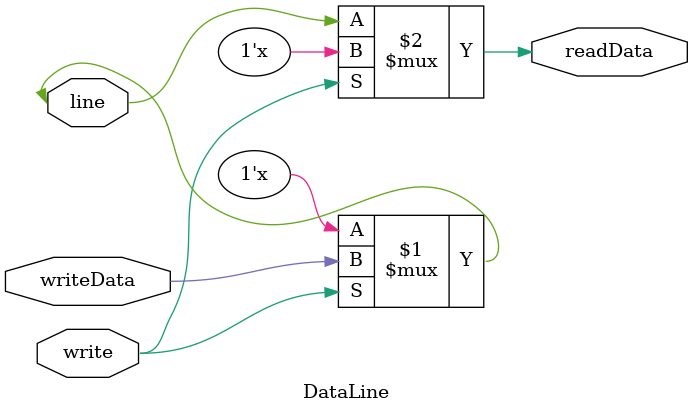
<source format=v>
module DataLine(
    inout line,
    input write,
    input writeData,
    output readData
);

    assign line = write ? writeData : 'z;
    assign readData = write ? 'z : line;

endmodule: DataLine

</source>
